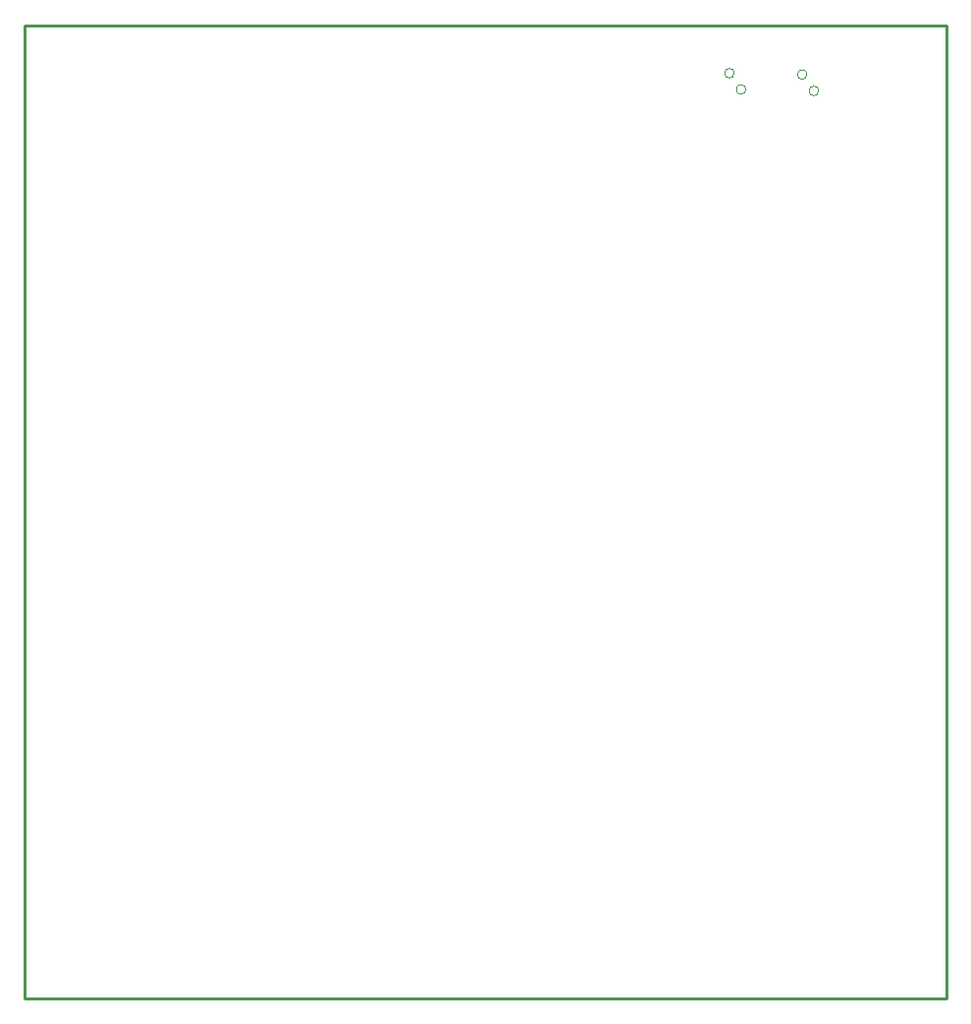
<source format=gbr>
%TF.GenerationSoftware,Altium Limited,Altium Designer,22.10.1 (41)*%
G04 Layer_Color=16711935*
%FSLAX25Y25*%
%MOIN*%
%TF.SameCoordinates,BEAA4B2D-68BC-4382-99D5-5DCEA874A810*%
%TF.FilePolarity,Positive*%
%TF.FileFunction,Keep-out,Top*%
%TF.Part,Single*%
G01*
G75*
%TA.AperFunction,NonConductor*%
%ADD60C,0.01000*%
%ADD113C,0.00000*%
D60*
X500Y330500D02*
X500Y500D01*
X313500D02*
Y330500D01*
X500Y500D02*
X313500D01*
X500Y330500D02*
X313500Y330500D01*
D113*
X270092Y308244D02*
G03*
X270092Y308244I-1623J0D01*
G01*
X266155Y313756D02*
G03*
X266155Y313756I-1623J0D01*
G01*
X245363Y308727D02*
G03*
X245363Y308727I-1623J0D01*
G01*
X241426Y314239D02*
G03*
X241426Y314239I-1623J0D01*
G01*
%TF.MD5,6960b4cf91d71b86bd8641d87d266438*%
M02*

</source>
